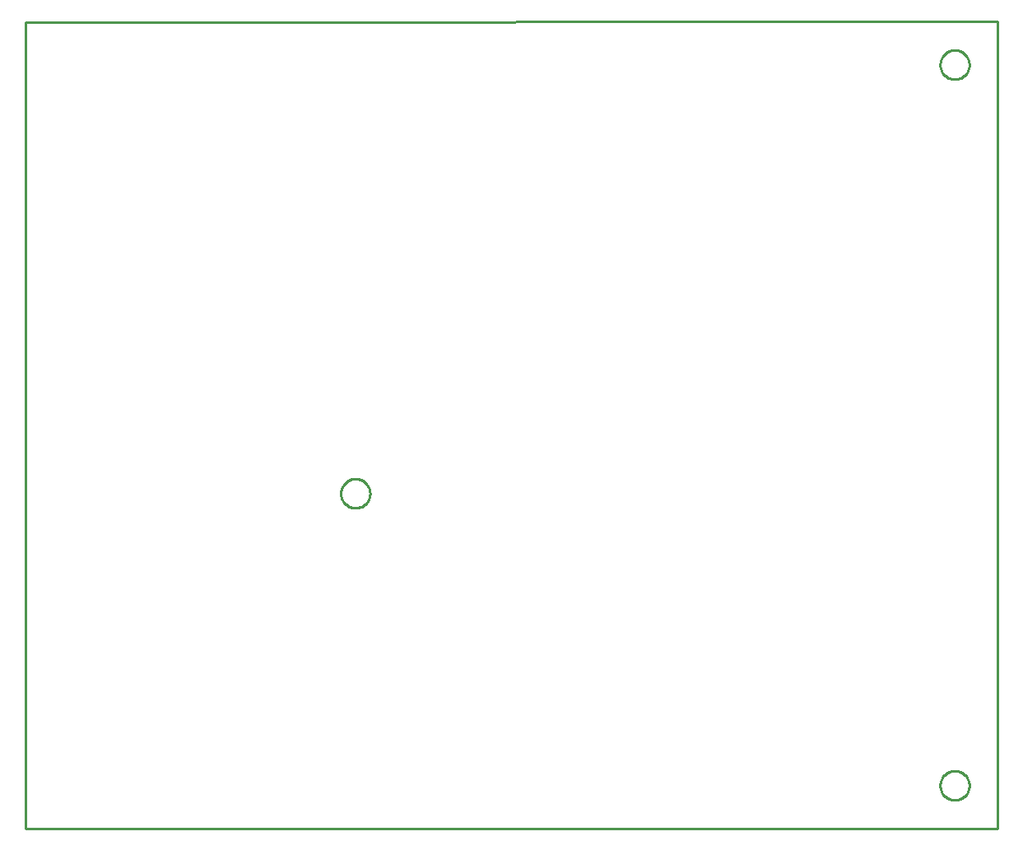
<source format=gbr>
G04 EAGLE Gerber RS-274X export*
G75*
%MOMM*%
%FSLAX34Y34*%
%LPD*%
%IN*%
%IPPOS*%
%AMOC8*
5,1,8,0,0,1.08239X$1,22.5*%
G01*
%ADD10C,0.254000*%


D10*
X0Y0D02*
X1000000Y300D01*
X1000000Y830300D01*
X0Y830000D01*
X0Y0D01*
X970800Y785364D02*
X970724Y784296D01*
X970571Y783235D01*
X970343Y782188D01*
X970041Y781160D01*
X969667Y780156D01*
X969222Y779181D01*
X968708Y778241D01*
X968129Y777340D01*
X967487Y776482D01*
X966785Y775672D01*
X966028Y774915D01*
X965218Y774213D01*
X964360Y773571D01*
X963459Y772992D01*
X962519Y772478D01*
X961544Y772033D01*
X960540Y771659D01*
X959512Y771357D01*
X958465Y771129D01*
X957404Y770976D01*
X956336Y770900D01*
X955264Y770900D01*
X954196Y770976D01*
X953135Y771129D01*
X952088Y771357D01*
X951060Y771659D01*
X950056Y772033D01*
X949081Y772478D01*
X948141Y772992D01*
X947240Y773571D01*
X946382Y774213D01*
X945572Y774915D01*
X944815Y775672D01*
X944113Y776482D01*
X943471Y777340D01*
X942892Y778241D01*
X942378Y779181D01*
X941933Y780156D01*
X941559Y781160D01*
X941257Y782188D01*
X941029Y783235D01*
X940876Y784296D01*
X940800Y785364D01*
X940800Y786436D01*
X940876Y787504D01*
X941029Y788565D01*
X941257Y789612D01*
X941559Y790640D01*
X941933Y791644D01*
X942378Y792619D01*
X942892Y793559D01*
X943471Y794460D01*
X944113Y795318D01*
X944815Y796128D01*
X945572Y796885D01*
X946382Y797587D01*
X947240Y798229D01*
X948141Y798808D01*
X949081Y799322D01*
X950056Y799767D01*
X951060Y800141D01*
X952088Y800443D01*
X953135Y800671D01*
X954196Y800824D01*
X955264Y800900D01*
X956336Y800900D01*
X957404Y800824D01*
X958465Y800671D01*
X959512Y800443D01*
X960540Y800141D01*
X961544Y799767D01*
X962519Y799322D01*
X963459Y798808D01*
X964360Y798229D01*
X965218Y797587D01*
X966028Y796885D01*
X966785Y796128D01*
X967487Y795318D01*
X968129Y794460D01*
X968708Y793559D01*
X969222Y792619D01*
X969667Y791644D01*
X970041Y790640D01*
X970343Y789612D01*
X970571Y788565D01*
X970724Y787504D01*
X970800Y786436D01*
X970800Y785364D01*
X970800Y43764D02*
X970724Y42696D01*
X970571Y41635D01*
X970343Y40588D01*
X970041Y39560D01*
X969667Y38556D01*
X969222Y37581D01*
X968708Y36641D01*
X968129Y35740D01*
X967487Y34882D01*
X966785Y34072D01*
X966028Y33315D01*
X965218Y32613D01*
X964360Y31971D01*
X963459Y31392D01*
X962519Y30878D01*
X961544Y30433D01*
X960540Y30059D01*
X959512Y29757D01*
X958465Y29529D01*
X957404Y29376D01*
X956336Y29300D01*
X955264Y29300D01*
X954196Y29376D01*
X953135Y29529D01*
X952088Y29757D01*
X951060Y30059D01*
X950056Y30433D01*
X949081Y30878D01*
X948141Y31392D01*
X947240Y31971D01*
X946382Y32613D01*
X945572Y33315D01*
X944815Y34072D01*
X944113Y34882D01*
X943471Y35740D01*
X942892Y36641D01*
X942378Y37581D01*
X941933Y38556D01*
X941559Y39560D01*
X941257Y40588D01*
X941029Y41635D01*
X940876Y42696D01*
X940800Y43764D01*
X940800Y44836D01*
X940876Y45904D01*
X941029Y46965D01*
X941257Y48012D01*
X941559Y49040D01*
X941933Y50044D01*
X942378Y51019D01*
X942892Y51959D01*
X943471Y52860D01*
X944113Y53718D01*
X944815Y54528D01*
X945572Y55285D01*
X946382Y55987D01*
X947240Y56629D01*
X948141Y57208D01*
X949081Y57722D01*
X950056Y58167D01*
X951060Y58541D01*
X952088Y58843D01*
X953135Y59071D01*
X954196Y59224D01*
X955264Y59300D01*
X956336Y59300D01*
X957404Y59224D01*
X958465Y59071D01*
X959512Y58843D01*
X960540Y58541D01*
X961544Y58167D01*
X962519Y57722D01*
X963459Y57208D01*
X964360Y56629D01*
X965218Y55987D01*
X966028Y55285D01*
X966785Y54528D01*
X967487Y53718D01*
X968129Y52860D01*
X968708Y51959D01*
X969222Y51019D01*
X969667Y50044D01*
X970041Y49040D01*
X970343Y48012D01*
X970571Y46965D01*
X970724Y45904D01*
X970800Y44836D01*
X970800Y43764D01*
X354300Y344264D02*
X354224Y343196D01*
X354071Y342135D01*
X353843Y341088D01*
X353541Y340060D01*
X353167Y339056D01*
X352722Y338081D01*
X352208Y337141D01*
X351629Y336240D01*
X350987Y335382D01*
X350285Y334572D01*
X349528Y333815D01*
X348718Y333113D01*
X347860Y332471D01*
X346959Y331892D01*
X346019Y331378D01*
X345044Y330933D01*
X344040Y330559D01*
X343012Y330257D01*
X341965Y330029D01*
X340904Y329876D01*
X339836Y329800D01*
X338764Y329800D01*
X337696Y329876D01*
X336635Y330029D01*
X335588Y330257D01*
X334560Y330559D01*
X333556Y330933D01*
X332581Y331378D01*
X331641Y331892D01*
X330740Y332471D01*
X329882Y333113D01*
X329072Y333815D01*
X328315Y334572D01*
X327613Y335382D01*
X326971Y336240D01*
X326392Y337141D01*
X325878Y338081D01*
X325433Y339056D01*
X325059Y340060D01*
X324757Y341088D01*
X324529Y342135D01*
X324376Y343196D01*
X324300Y344264D01*
X324300Y345336D01*
X324376Y346404D01*
X324529Y347465D01*
X324757Y348512D01*
X325059Y349540D01*
X325433Y350544D01*
X325878Y351519D01*
X326392Y352459D01*
X326971Y353360D01*
X327613Y354218D01*
X328315Y355028D01*
X329072Y355785D01*
X329882Y356487D01*
X330740Y357129D01*
X331641Y357708D01*
X332581Y358222D01*
X333556Y358667D01*
X334560Y359041D01*
X335588Y359343D01*
X336635Y359571D01*
X337696Y359724D01*
X338764Y359800D01*
X339836Y359800D01*
X340904Y359724D01*
X341965Y359571D01*
X343012Y359343D01*
X344040Y359041D01*
X345044Y358667D01*
X346019Y358222D01*
X346959Y357708D01*
X347860Y357129D01*
X348718Y356487D01*
X349528Y355785D01*
X350285Y355028D01*
X350987Y354218D01*
X351629Y353360D01*
X352208Y352459D01*
X352722Y351519D01*
X353167Y350544D01*
X353541Y349540D01*
X353843Y348512D01*
X354071Y347465D01*
X354224Y346404D01*
X354300Y345336D01*
X354300Y344264D01*
M02*

</source>
